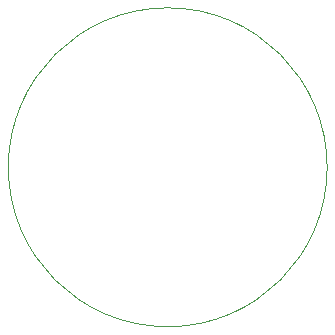
<source format=gbr>
G04 #@! TF.GenerationSoftware,KiCad,Pcbnew,(5.1.4)-1*
G04 #@! TF.CreationDate,2020-01-29T15:42:18+01:00*
G04 #@! TF.ProjectId,BLE-node,424c452d-6e6f-4646-952e-6b696361645f,rev?*
G04 #@! TF.SameCoordinates,Original*
G04 #@! TF.FileFunction,Profile,NP*
%FSLAX46Y46*%
G04 Gerber Fmt 4.6, Leading zero omitted, Abs format (unit mm)*
G04 Created by KiCad (PCBNEW (5.1.4)-1) date 2020-01-29 15:42:18*
%MOMM*%
%LPD*%
G04 APERTURE LIST*
%ADD10C,0.050000*%
G04 APERTURE END LIST*
D10*
X143040000Y-86759000D02*
G75*
G03X143040000Y-86759000I-13500000J0D01*
G01*
M02*

</source>
